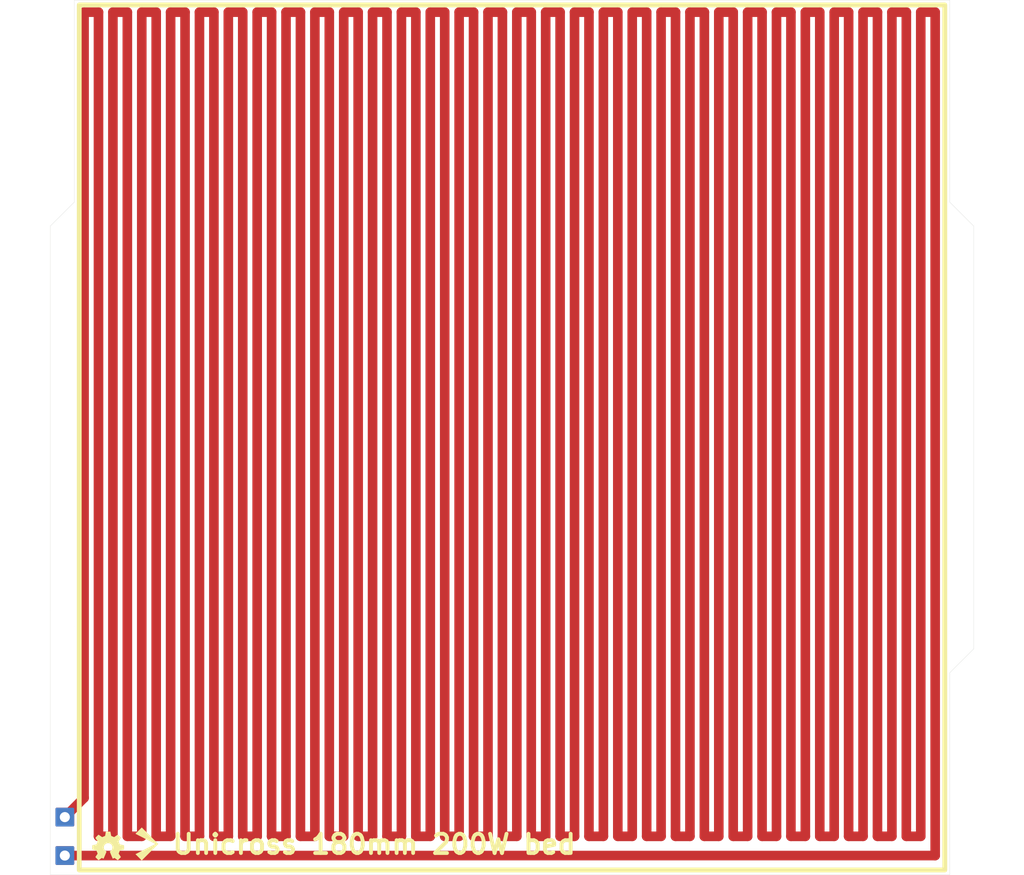
<source format=kicad_pcb>
(kicad_pcb (version 20240108) (generator "pcbnew") (generator_version "8.0")
  (layers (0 "F.Cu" signal) (31 "B.Cu" signal) (34 "B.Paste" user) (35 "F.Paste" user) (36 "B.SilkS" user "B.Silkscreen") (37 "F.SilkS" user "F.Silkscreen") (38 "B.Mask" user) (39 "F.Mask" user) (44 "Edge.Cuts" user))
  (net 0 "")
  (net 1 "Net-(J1-Pin_1)")
  (footprint "Connector_Wire:SolderWire-1.5sqmm_1x01_D1.7mm_OD3.9mm" (layer "F.Cu") (at 3 169)
    (property "Reference" "J2" (hide yes))
    (property "Value" "Conn_01x01")
    (pad "1" thru_hole roundrect (at 0 0) (size 3.9 3.9) (drill 2.1) (layers "*.Cu" "*.Mask") (roundrect_rratio 0.064103) (net 1 "Net-(J1-Pin_1)"))
  )
  (footprint "MountingHole:MountingHole_3.2mm_M3_ISO14580" (layer "F.Cu") (at 189 50)
    (property "Reference" "REF**" (hide yes))
    (property "Value" "MountingHole_3.2mm_M3_ISO14580")
    (pad "" np_thru_hole circle (at 0 0) (size 3.2 3.2) (drill 3.2) (layers "*.Cu" "*.Mask"))
  )
  (footprint "MountingHole:MountingHole_3.2mm_M3_ISO14580" (layer "F.Cu") (at 3 130)
    (property "Reference" "REF**" (hide yes))
    (property "Value" "MountingHole_3.2mm_M3_ISO14580")
    (pad "" np_thru_hole circle (at 0 0) (size 3.2 3.2) (drill 3.2) (layers "*.Cu" "*.Mask"))
  )
  (footprint "Symbol:OSHW-Symbol_6.7x6mm_SilkScreen" (layer "F.Cu") (at 12 175)
    (property "Reference" "REF**" (hide yes))
    (property "Value" "OSHW-Symbol_6.7x6mm_SilkScreen" (hide yes))
    (fp_poly (pts (xy 0.555814 -2.531069) (xy 0.639635 -2.086445) (xy 0.94892 -1.958947) (xy 1.258206 -1.831449) (xy 1.629246 -2.083754) (xy 1.733157 -2.154004) (xy 1.827087 -2.216728) (xy 1.906652 -2.269062) (xy 1.96747 -2.308143) (xy 2.005157 -2.331107) (xy 2.015421 -2.336058) (xy 2.03391 -2.323324) (xy 2.07342 -2.288118) (xy 2.129522 -2.234938) (xy 2.197787 -2.168282) (xy 2.273786 -2.092646) (xy 2.353092 -2.012528) (xy 2.431275 -1.932426) (xy 2.503907 -1.856836) (xy 2.566559 -1.790255) (xy 2.614803 -1.737182) (xy 2.64421 -1.702113) (xy 2.651241 -1.690377) (xy 2.641123 -1.66874) (xy 2.612759 -1.621338) (xy 2.569129 -1.552807) (xy 2.513218 -1.467785) (xy 2.448006 -1.370907) (xy 2.410219 -1.31565) (xy 2.341343 -1.214752) (xy 2.28014 -1.123701) (xy 2.229578 -1.04703) (xy 2.192628 -0.989272) (xy 2.172258 -0.954957) (xy 2.169197 -0.947746) (xy 2.176136 -0.927252) (xy 2.195051 -0.879487) (xy 2.223087 -0.811168) (xy 2.257391 -0.729011) (xy 2.295109 -0.63973) (xy 2.333387 -0.550042) (xy 2.36937 -0.466662) (xy 2.400206 -0.396306) (xy 2.423039 -0.34569) (xy 2.435017 -0.321529) (xy 2.435724 -0.320578) (xy 2.454531 -0.315964) (xy 2.504618 -0.305672) (xy 2.580793 -0.290713) (xy 2.677865 -0.272099) (xy 2.790643 -0.250841) (xy 2.856442 -0.238582) (xy 2.97695 -0.215638) (xy 3.085797 -0.193805) (xy 3.177476 -0.174278) (xy 3.246481 -0.158252) (xy 3.287304 -0.146921) (xy 3.295511 -0.143326) (xy 3.303548 -0.118994) (xy 3.310033 -0.064041) (xy 3.31497 0.015108) (xy 3.318364 0.112026) (xy 3.320218 0.220287) (xy 3.320538 0.333465) (xy 3.319327 0.445135) (xy 3.31659 0.548868) (xy 3.312331 0.638241) (xy 3.306555 0.706826) (xy 3.299267 0.748197) (xy 3.294895 0.75681) (xy 3.268764 0.767133) (xy 3.213393 0.781892) (xy 3.136107 0.799352) (xy 3.04423 0.81778) (xy 3.012158 0.823741) (xy 2.857524 0.852066) (xy 2.735375 0.874876) (xy 2.641673 0.89308) (xy 2.572384 0.907583) (xy 2.523471 0.919292) (xy 2.490897 0.929115) (xy 2.470628 0.937956) (xy 2.458626 0.946724) (xy 2.456947 0.948457) (xy 2.440184 0.976371) (xy 2.414614 1.030695) (xy 2.382788 1.104777) (xy 2.34726 1.191965) (xy 2.310583 1.285608) (xy 2.275311 1.379052) (xy 2.243996 1.465647) (xy 2.219193 1.53874) (xy 2.203454 1.591678) (xy 2.199332 1.617811) (xy 2.199676 1.618726) (xy 2.213641 1.640086) (xy 2.245322 1.687084) (xy 2.291391 1.754827) (xy 2.348518 1.838423) (xy 2.413373 1.932982) (xy 2.431843 1.959854) (xy 2.497699 2.057275) (xy 2.55565 2.146163) (xy 2.602538 2.221412) (xy 2.635207 2.27792) (xy 2.6505 2.310581) (xy 2.651241 2.314593) (xy 2.638392 2.335684) (xy 2.602888 2.377464) (xy 2.549293 2.435445) (xy 2.482171 2.505135) (xy 2.406087 2.582045) (xy 2.325604 2.661683) (xy 2.245287 2.739561) (xy 2.169699 2.811186) (xy 2.103405 2.87207) (xy 2.050969 2.917721) (xy 2.016955 2.94365) (xy 2.007545 2.947883) (xy 1.985643 2.937912) (xy 1.9408 2.91102) (xy 1.880321 2.871736) (xy 1.833789 2.840117) (xy 1.749475 2.782098) (xy 1.649626 2.713784) (xy 1.549473 2.645579) (xy 1.495627 2.609075) (xy 1.313371 2.4858) (xy 1.160381 2.56852) (xy 1.090682 2.604759) (xy 1.031414 2.632926) (xy 0.991311 2.648991) (xy 0.981103 2.651226) (xy 0.968829 2.634722) (xy 0.944613 2.588082) (xy 0.910263 2.515609) (xy 0.867588 2.421606) (xy 0.818394 2.310374) (xy 0.76449 2.186215) (xy 0.707684 2.053432) (xy 0.649782 1.916327) (xy 0.592593 1.779202) (xy 0.537924 1.646358) (xy 0.487584 1.522098) (xy 0.44338 1.410725) (xy 0.407119 1.316539) (xy 0.380609 1.243844) (xy 0.365658 1.196941) (xy 0.363254 1.180833) (xy 0.382311 1.160286) (xy 0.424036 1.126933) (xy 0.479706 1.087702) (xy 0.484378 1.084599) (xy 0.628264 0.969423) (xy 0.744283 0.835053) (xy 0.83143 0.685784) (xy 0.888699 0.525913) (xy 0.915086 0.359737) (xy 0.909585 0.191552) (xy 0.87119 0.025655) (xy 0.798895 -0.133658) (xy 0.777626 -0.168513) (xy 0.666996 -0.309263) (xy 0.536302 -0.422286) (xy 0.390064 -0.506997) (xy 0.232808 -0.562806) (xy 0.069057 -0.589126) (xy -0.096667 -0.58537) (xy -0.259838 -0.55095) (xy -0.415935 -0.485277) (xy -0.560433 -0.387765) (xy -0.605131 -0.348187) (xy -0.718888 -0.224297) (xy -0.801782 -0.093876) (xy -0.858644 0.052315) (xy -0.890313 0.197088) (xy -0.898131 0.35986) (xy -0.872062 0.52344) (xy -0.814755 0.682298) (xy -0.728856 0.830906) (xy -0.617014 0.963735) (xy -0.481877 1.075256) (xy -0.464117 1.087011) (xy -0.40785 1.125508) (xy -0.365077 1.158863) (xy -0.344628 1.18016) (xy -0.344331 1.180833) (xy -0.348721 1.203871) (xy -0.366124 1.256157) (xy -0.394732 1.33339) (xy -0.432735 1.431268) (xy -0.478326 1.545491) (xy -0.529697 1.671758) (xy -0.585038 1.805767) (xy -0.642542 1.943218) (xy -0.700399 2.079808) (xy -0.756802 2.211237) (xy -0.809942 2.333205) (xy -0.85801 2.441409) (xy -0.899199 2.531549) (xy -0.931699 2.599323) (xy -0.953703 2.64043) (xy -0.962564 2.651226) (xy -0.98964 2.642819) (xy -1.040303 2.620272) (xy -1.105817 2.587613) (xy -1.141841 2.56852) (xy -1.294832 2.4858) (xy -1.477088 2.609075) (xy -1.570125 2.672228) (xy -1.671985 2.741727) (xy -1.767438 2.807165) (xy -1.81525 2.840117) (xy -1.882495 2.885273) (xy -1.939436 2.921057) (xy -1.978646 2.942938) (xy -1.991381 2.947563) (xy -2.009917 2.935085) (xy -2.050941 2.900252) (xy -2.110475 2.846678) (xy -2.184542 2.777983) (xy -2.269165 2.697781) (xy -2.322685 2.646286) (xy -2.416319 2.554286) (xy -2.497241 2.471999) (xy -2.562177 2.402945) (xy -2.607858 2.350644) (xy -2.631011 2.318616) (xy -2.633232 2.312116) (xy -2.622924 2.287394) (xy -2.594439 2.237405) (xy -2.550937 2.167212) (xy -2.495577 2.081875) (xy -2.43152 1.986456) (xy -2.413303 1.959854) (xy -2.346927 1.863167) (xy -2.287378 1.776117) (xy -2.237984 1.703595) (xy -2.202075 1.650493) (xy -2.182981 1.621703) (xy -2.181136 1.618726) (xy -2.183895 1.595782) (xy -2.198538 1.545336) (xy -2.222513 1.474041) (xy -2.253266 1.388547) (xy -2.288244 1.295507) (xy -2.324893 1.201574) (xy -2.360661 1.113399) (xy -2.392994 1.037634) (xy -2.419338 0.980931) (xy -2.437142 0.949943) (xy -2.438407 0.948457) (xy -2.449294 0.939601) (xy -2.467682 0.930843) (xy -2.497606 0.921277) (xy -2.543103 0.909996) (xy -2.608209 0.896093) (xy -2.696961 0.878663) (xy -2.813393 0.856798) (xy -2.961542 0.829591) (xy -2.993618 0.823741) (xy -3.088686 0.805374) (xy -3.171565 0.787405) (xy -3.23493 0.771569) (xy -3.271458 0.7596) (xy -3.276356 0.75681) (xy -3.284427 0.732072) (xy -3.290987 0.67679) (xy -3.296033 0.597389) (xy -3.299559 0.500296) (xy -3.301561 0.391938) (xy -3.302036 0.27874) (xy -3.300977 0.167128) (xy -3.298382 0.063529) (xy -3.294246 -0.025632) (xy -3.288563 -0.093928) (xy -3.281331 -0.134934) (xy -3.276971 -0.143326) (xy -3.252698 -0.151792) (xy -3.197426 -0.165565) (xy -3.116662 -0.18345) (xy -3.015912 -0.204252) (xy -2.900683 -0.226777) (xy -2.837902 -0.238582) (xy -2.718787 -0.260849) (xy -2.612565 -0.281021) (xy -2.524427 -0.298085) (xy -2.459566 -0.311031) (xy -2.423174 -0.318845) (xy -2.417184 -0.320578) (xy -2.407061 -0.34011) (xy -2.385662 -0.387157) (xy -2.355839 -0.454997) (xy -2.320445 -0.536909) (xy -2.282332 -0.626172) (xy -2.244353 -0.716065) (xy -2.20936 -0.799865) (xy -2.180206 -0.870853) (xy -2.159743 -0.922306) (xy -2.150823 -0.947503) (xy -2.150657 -0.948604) (xy -2.160769 -0.968481) (xy -2.189117 -1.014223) (xy -2.232723 -1.081283) (xy -2.288606 -1.165116) (xy -2.353787 -1.261174) (xy -2.391679 -1.31635) (xy -2.460725 -1.417519) (xy -2.52205 -1.50937) (xy -2.572663 -1.587256) (xy -2.609571 -1.646531) (xy -2.629782 -1.682549) (xy -2.632701 -1.690623) (xy -2.620153 -1.709416) (xy -2.585463 -1.749543) (xy -2.533063 -1.806507) (xy -2.467384 -1.875815) (xy -2.392856 -1.952969) (xy -2.313913 -2.033475) (xy -2.234983 -2.112837) (xy -2.1605 -2.18656) (xy -2.094894 -2.250148) (xy -2.042596 -2.299106) (xy -2.008039 -2.328939) (xy -1.996478 -2.336058) (xy -1.977654 -2.326047) (xy -1.932631 -2.297922) (xy -1.865787 -2.254546) (xy -1.781499 -2.198782) (xy -1.684144 -2.133494) (xy -1.610707 -2.083754) (xy -1.239667 -1.831449) (xy -0.621095 -2.086445) (xy -0.537275 -2.531069) (xy -0.453454 -2.975693) (xy 0.471994 -2.975693) (xy 0.555814 -2.531069)) (stroke (width 0.01)) (fill solid) (layer "F.SilkS"))
  )
  (footprint "MountingHole:MountingHole_3.2mm_M3_ISO14580" (layer "F.Cu") (at 189 130)
    (property "Reference" "REF**" (hide yes))
    (property "Value" "MountingHole_3.2mm_M3_ISO14580")
    (pad "" np_thru_hole circle (at 0 0) (size 3.2 3.2) (drill 3.2) (layers "*.Cu" "*.Mask"))
  )
  (footprint "MountingHole:MountingHole_3.2mm_M3_ISO14580" (layer "F.Cu") (at 3 50)
    (property "Reference" "REF**" (hide yes))
    (property "Value" "MountingHole_3.2mm_M3_ISO14580")
    (pad "" np_thru_hole circle (at 0 0) (size 3.2 3.2) (drill 3.2) (layers "*.Cu" "*.Mask"))
  )
  (footprint "Connector_Wire:SolderWire-1.5sqmm_1x01_D1.7mm_OD3.9mm" (layer "F.Cu") (at 3 177)
    (property "Reference" "J1" (hide yes))
    (property "Value" "Conn_01x01")
    (pad "1" thru_hole roundrect (at 0 0) (size 3.9 3.9) (drill 2.1) (layers "*.Cu" "*.Mask") (roundrect_rratio 0.064103) (net 1 "Net-(J1-Pin_1)"))
  )
  (gr_poly (pts (xy 19 178) (xy 17.714228 176.714228) (xy 21.866522 174.59087) (xy 22.409129 174.59087)) (stroke (width -0.000001)) (fill solid) (layer "F.SilkS"))
  (gr_poly (pts (xy 22.409129 174.59087) (xy 21.866522 174.59087) (xy 17.714228 172.467513) (xy 19 171.181741)) (stroke (width 0.031749) (color 255 255 255 1)) (fill none) (layer "F.SilkS"))
  (gr_poly (pts (xy 22.409129 174.59087) (xy 21.866522 174.59087) (xy 17.714228 172.467513) (xy 19 171.181741)) (stroke (width -0.000001)) (fill solid) (layer "F.SilkS"))
  (gr_poly (pts (xy 19 178) (xy 17.714228 176.714228) (xy 21.866522 174.59087) (xy 22.409129 174.59087)) (stroke (width 0.031749) (color 255 255 255 1)) (fill none) (layer "F.SilkS"))
  (gr_rect (start 6 0) (end 186 180) (stroke (width 1)) (fill none) (layer "F.SilkS"))
  (gr_line (start 0 46) (end 5 41) (stroke (width 0.05)) (layer "Edge.Cuts"))
  (gr_line (start 0 181) (end 0 126) (stroke (width 0.05)) (layer "Edge.Cuts"))
  (gr_line (start 5 41) (end 5 -1) (stroke (width 0.05)) (layer "Edge.Cuts"))
  (gr_line (start 187 41) (end 192 46) (stroke (width 0.05)) (layer "Edge.Cuts"))
  (gr_line (start 0 126) (end 0 46) (stroke (width 0.05)) (layer "Edge.Cuts"))
  (gr_line (start 5 -1) (end 187 -1) (stroke (width 0.05)) (layer "Edge.Cuts"))
  (gr_line (start 192 46) (end 192 134) (stroke (width 0.05)) (layer "Edge.Cuts"))
  (gr_line (start 192 134) (end 187 139) (stroke (width 0.05)) (layer "Edge.Cuts"))
  (gr_line (start 187 -1) (end 187 41) (stroke (width 0.05)) (layer "Edge.Cuts"))
  (gr_line (start 187 139) (end 187 181) (stroke (width 0.05)) (layer "Edge.Cuts"))
  (gr_line (start 187 181) (end 0 181) (stroke (width 0.05)) (layer "Edge.Cuts"))
  (gr_text "Unicross 180mm 200W bed" (at 25 177 0) (layer "F.SilkS") (effects (font (size 4 4) (thickness 0.8) (bold yes)) (justify left bottom)))
  (segment (start 151 1.5) (end 154 1.5) (width 2) (layer "F.Cu") (net 1))
  (segment (start 184 1.5) (end 184 177) (width 2) (layer "F.Cu") (net 1))
  (segment (start 136 173) (end 139 173) (width 2) (layer "F.Cu") (net 1))
  (segment (start 34 1.5) (end 34 173) (width 2) (layer "F.Cu") (net 1))
  (segment (start 52 1.5) (end 52 173) (width 2) (layer "F.Cu") (net 1))
  (segment (start 130 1.5) (end 130 173) (width 2) (layer "F.Cu") (net 1))
  (segment (start 34 173) (end 37 173) (width 2) (layer "F.Cu") (net 1))
  (segment (start 106 1.5) (end 106 173) (width 2) (layer "F.Cu") (net 1))
  (segment (start 43 1.5) (end 46 1.5) (width 2) (layer "F.Cu") (net 1))
  (segment (start 79 1.5) (end 82 1.5) (width 2) (layer "F.Cu") (net 1))
  (segment (start 73 173) (end 73 1.5) (width 2) (layer "F.Cu") (net 1))
  (segment (start 67 173) (end 67 1.5) (width 2) (layer "F.Cu") (net 1))
  (segment (start 73 1.5) (end 76 1.5) (width 2) (layer "F.Cu") (net 1))
  (segment (start 127 173) (end 127 1.5) (width 2) (layer "F.Cu") (net 1))
  (segment (start 19 1.5) (end 22 1.5) (width 2) (layer "F.Cu") (net 1))
  (segment (start 160 1.5) (end 160 173) (width 2) (layer "F.Cu") (net 1))
  (segment (start 46 1.5) (end 46 173) (width 2) (layer "F.Cu") (net 1))
  (segment (start 64 173) (end 67 173) (width 2) (layer "F.Cu") (net 1))
  (segment (start 97 1.5) (end 100 1.5) (width 2) (layer "F.Cu") (net 1))
  (segment (start 52 173) (end 55 173) (width 2) (layer "F.Cu") (net 1))
  (segment (start 181 173) (end 181 1.5) (width 2) (layer "F.Cu") (net 1))
  (segment (start 109 1.5) (end 112 1.5) (width 2) (layer "F.Cu") (net 1))
  (segment (start 40 1.5) (end 40 173) (width 2) (layer "F.Cu") (net 1))
  (segment (start 79 173) (end 79 1.5) (width 2) (layer "F.Cu") (net 1))
  (segment (start 94 1.5) (end 94 173) (width 2) (layer "F.Cu") (net 1))
  (segment (start 76 173) (end 79 173) (width 2) (layer "F.Cu") (net 1))
  (segment (start 142 1.5) (end 142 173) (width 2) (layer "F.Cu") (net 1))
  (segment (start 157 1.5) (end 160 1.5) (width 2) (layer "F.Cu") (net 1))
  (segment (start 145 173) (end 145 1.5) (width 2) (layer "F.Cu") (net 1))
  (segment (start 97 173) (end 97 1.5) (width 2) (layer "F.Cu") (net 1))
  (segment (start 91 1.5) (end 94 1.5) (width 2) (layer "F.Cu") (net 1))
  (segment (start 43 173) (end 43 1.5) (width 2) (layer "F.Cu") (net 1))
  (segment (start 178 173) (end 181 173) (width 2) (layer "F.Cu") (net 1))
  (segment (start 133 1.5) (end 136 1.5) (width 2) (layer "F.Cu") (net 1))
  (segment (start 160 173) (end 163 173) (width 2) (layer "F.Cu") (net 1))
  (segment (start 118 173) (end 121 173) (width 2) (layer "F.Cu") (net 1))
  (segment (start 115 173) (end 115 1.5) (width 2) (layer "F.Cu") (net 1))
  (segment (start 127 1.5) (end 130 1.5) (width 2) (layer "F.Cu") (net 1))
  (segment (start 40 173) (end 43 173) (width 2) (layer "F.Cu") (net 1))
  (segment (start 16 173) (end 19 173) (width 2) (layer "F.Cu") (net 1))
  (segment (start 154 1.5) (end 154 173) (width 2) (layer "F.Cu") (net 1))
  (segment (start 172 1.5) (end 172 173) (width 2) (layer "F.Cu") (net 1))
  (segment (start 37 1.5) (end 40 1.5) (width 2) (layer "F.Cu") (net 1))
  (segment (start 91 173) (end 91 1.5) (width 2) (layer "F.Cu") (net 1))
  (segment (start 100 1.5) (end 100 173) (width 2) (layer "F.Cu") (net 1))
  (segment (start 175 1.5) (end 178 1.5) (width 2) (layer "F.Cu") (net 1))
  (segment (start 28 1.5) (end 28 173) (width 2) (layer "F.Cu") (net 1))
  (segment (start 7 165) (end 7 1.5) (width 2) (layer "F.Cu") (net 1))
  (segment (start 172 173) (end 175 173) (width 2) (layer "F.Cu") (net 1))
  (segment (start 112 173) (end 115 173) (width 2) (layer "F.Cu") (net 1))
  (segment (start 55 173) (end 55 1.5) (width 2) (layer "F.Cu") (net 1))
  (segment (start 124 173) (end 127 173) (width 2) (layer "F.Cu") (net 1))
  (segment (start 136 1.5) (end 136 173) (width 2) (layer "F.Cu") (net 1))
  (segment (start 178 1.5) (end 178 173) (width 2) (layer "F.Cu") (net 1))
  (segment (start 49 1.5) (end 52 1.5) (width 2) (layer "F.Cu") (net 1))
  (segment (start 13 173) (end 13 1.5) (width 2) (layer "F.Cu") (net 1))
  (segment (start 100 173) (end 103 173) (width 2) (layer "F.Cu") (net 1))
  (segment (start 88 1.5) (end 88 173) (width 2) (layer "F.Cu") (net 1))
  (segment (start 184 177) (end 3 177) (width 2) (layer "F.Cu") (net 1))
  (segment (start 124 1.5) (end 124 173) (width 2) (layer "F.Cu") (net 1))
  (segment (start 106 173) (end 109 173) (width 2) (layer "F.Cu") (net 1))
  (segment (start 85 1.5) (end 88 1.5) (width 2) (layer "F.Cu") (net 1))
  (segment (start 148 1.5) (end 148 173) (width 2) (layer "F.Cu") (net 1))
  (segment (start 22 1.5) (end 22 173) (width 2) (layer "F.Cu") (net 1))
  (segment (start 109 173) (end 109 1.5) (width 2) (layer "F.Cu") (net 1))
  (segment (start 31 1.5) (end 34 1.5) (width 2) (layer "F.Cu") (net 1))
  (segment (start 163 1.5) (end 166 1.5) (width 2) (layer "F.Cu") (net 1))
  (segment (start 139 173) (end 139 1.5) (width 2) (layer "F.Cu") (net 1))
  (segment (start 121 173) (end 121 1.5) (width 2) (layer "F.Cu") (net 1))
  (segment (start 94 173) (end 97 173) (width 2) (layer "F.Cu") (net 1))
  (segment (start 145 1.5) (end 148 1.5) (width 2) (layer "F.Cu") (net 1))
  (segment (start 118 1.5) (end 118 173) (width 2) (layer "F.Cu") (net 1))
  (segment (start 166 173) (end 169 173) (width 2) (layer "F.Cu") (net 1))
  (segment (start 19 173) (end 19 1.5) (width 2) (layer "F.Cu") (net 1))
  (segment (start 55 1.5) (end 58 1.5) (width 2) (layer "F.Cu") (net 1))
  (segment (start 88 173) (end 91 173) (width 2) (layer "F.Cu") (net 1))
  (segment (start 31 173) (end 31 1.5) (width 2) (layer "F.Cu") (net 1))
  (segment (start 112 1.5) (end 112 173) (width 2) (layer "F.Cu") (net 1))
  (segment (start 175 173) (end 175 1.5) (width 2) (layer "F.Cu") (net 1))
  (segment (start 3 169) (end 7 165) (width 2) (layer "F.Cu") (net 1))
  (segment (start 103 173) (end 103 1.5) (width 2) (layer "F.Cu") (net 1))
  (segment (start 13 1.5) (end 16 1.5) (width 2) (layer "F.Cu") (net 1))
  (segment (start 67 1.5) (end 70 1.5) (width 2) (layer "F.Cu") (net 1))
  (segment (start 25 1.5) (end 28 1.5) (width 2) (layer "F.Cu") (net 1))
  (segment (start 25 173) (end 25 1.5) (width 2) (layer "F.Cu") (net 1))
  (segment (start 121 1.5) (end 124 1.5) (width 2) (layer "F.Cu") (net 1))
  (segment (start 76 1.5) (end 76 173) (width 2) (layer "F.Cu") (net 1))
  (segment (start 85 173) (end 85 1.5) (width 2) (layer "F.Cu") (net 1))
  (segment (start 139 1.5) (end 142 1.5) (width 2) (layer "F.Cu") (net 1))
  (segment (start 58 1.5) (end 58 173) (width 2) (layer "F.Cu") (net 1))
  (segment (start 7 1.5) (end 10 1.5) (width 2) (layer "F.Cu") (net 1))
  (segment (start 16 1.5) (end 16 173) (width 2) (layer "F.Cu") (net 1))
  (segment (start 37 173) (end 37 1.5) (width 2) (layer "F.Cu") (net 1))
  (segment (start 49 173) (end 49 1.5) (width 2) (layer "F.Cu") (net 1))
  (segment (start 28 173) (end 31 173) (width 2) (layer "F.Cu") (net 1))
  (segment (start 130 173) (end 133 173) (width 2) (layer "F.Cu") (net 1))
  (segment (start 181 1.5) (end 184 1.5) (width 2) (layer "F.Cu") (net 1))
  (segment (start 157 173) (end 157 1.5) (width 2) (layer "F.Cu") (net 1))
  (segment (start 10 1.5) (end 10 173) (width 2) (layer "F.Cu") (net 1))
  (segment (start 82 173) (end 85 173) (width 2) (layer "F.Cu") (net 1))
  (segment (start 46 173) (end 49 173) (width 2) (layer "F.Cu") (net 1))
  (segment (start 61 173) (end 61 1.5) (width 2) (layer "F.Cu") (net 1))
  (segment (start 169 173) (end 169 1.5) (width 2) (layer "F.Cu") (net 1))
  (segment (start 82 1.5) (end 82 173) (width 2) (layer "F.Cu") (net 1))
  (segment (start 70 173) (end 73 173) (width 2) (layer "F.Cu") (net 1))
  (segment (start 166 1.5) (end 166 173) (width 2) (layer "F.Cu") (net 1))
  (segment (start 103 1.5) (end 106 1.5) (width 2) (layer "F.Cu") (net 1))
  (segment (start 61 1.5) (end 64 1.5) (width 2) (layer "F.Cu") (net 1))
  (segment (start 163 173) (end 163 1.5) (width 2) (layer "F.Cu") (net 1))
  (segment (start 115 1.5) (end 118 1.5) (width 2) (layer "F.Cu") (net 1))
  (segment (start 133 173) (end 133 1.5) (width 2) (layer "F.Cu") (net 1))
  (segment (start 58 173) (end 61 173) (width 2) (layer "F.Cu") (net 1))
  (segment (start 169 1.5) (end 172 1.5) (width 2) (layer "F.Cu") (net 1))
  (segment (start 70 1.5) (end 70 173) (width 2) (layer "F.Cu") (net 1))
  (segment (start 10 173) (end 13 173) (width 2) (layer "F.Cu") (net 1))
  (segment (start 148 173) (end 151 173) (width 2) (layer "F.Cu") (net 1))
  (segment (start 151 173) (end 151 1.5) (width 2) (layer "F.Cu") (net 1))
  (segment (start 64 1.5) (end 64 173) (width 2) (layer "F.Cu") (net 1))
  (segment (start 142 173) (end 145 173) (width 2) (layer "F.Cu") (net 1))
  (segment (start 154 173) (end 157 173) (width 2) (layer "F.Cu") (net 1))
  (segment (start 22 173) (end 25 173) (width 2) (layer "F.Cu") (net 1))
)
</source>
